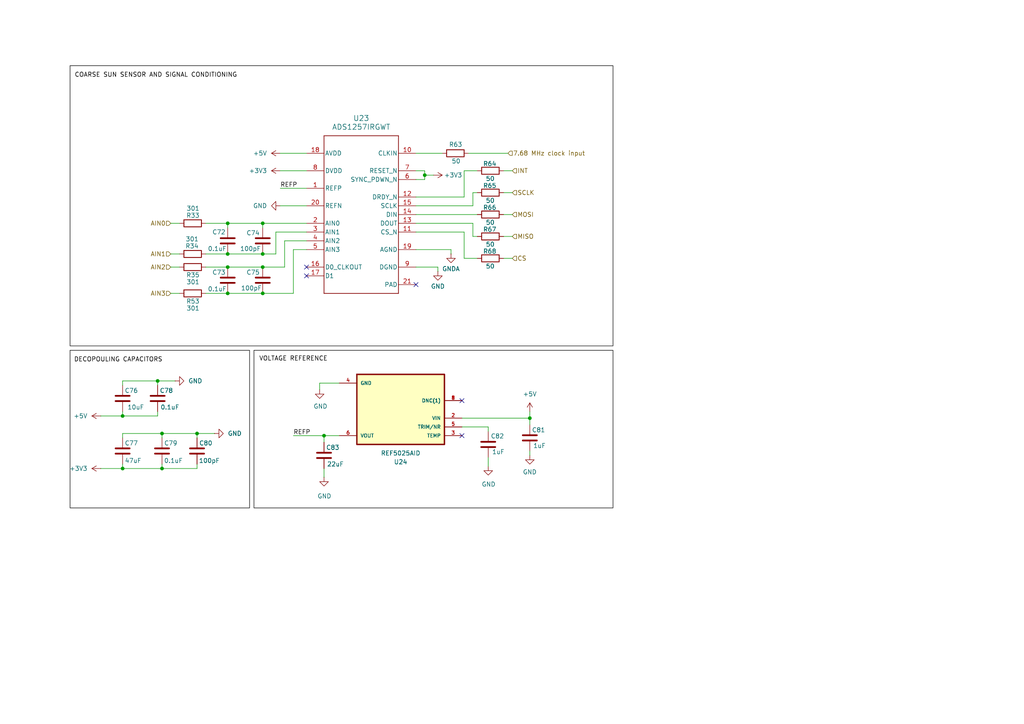
<source format=kicad_sch>
(kicad_sch (version 20231120) (generator "eeschema") (generator_version "8.0")
  (paper "A4")
  (title_block (title "Atitude determination and control system") (date "2025-02-04") (rev "1.0") (company "SpaceLab - Federal University of Santa catarina") (comment 1 "Eng. Felipe Juliano - felipecostajuliano@live.com"))
  (lib_symbols
    (symbol "Device:C" (pin_numbers hide) (pin_names (offset 0.254))
      (property "Reference" "C" (at 0.635 2.54 0))
      (property "Value" "C" (at 0.635 -2.54 0))
      (symbol "C_0_1"
        (polyline (pts (xy -2.032 -0.762) (xy 2.032 -0.762)) (stroke (width 0.508)))
        (polyline (pts (xy -2.032 0.762) (xy 2.032 0.762)) (stroke (width 0.508)))
      )
      (symbol "C_1_1"
        (pin passive line (at 0 3.81 270) (length 2.794) (name "~") (number "1"))
        (pin passive line (at 0 -3.81 90) (length 2.794) (name "~") (number "2"))
      )
    )
    (symbol "Device:R" (pin_numbers hide) (pin_names (offset 0))
      (property "Reference" "R" (at 2.032 0 90))
      (property "Value" "R" (at 0 0 90))
      (symbol "R_0_1"
        (rectangle (start -1.016 -2.54) (end 1.016 2.54) (stroke (width 0.254)))
      )
      (symbol "R_1_1"
        (pin passive line (at 0 3.81 270) (length 1.27) (name "~") (number "1"))
        (pin passive line (at 0 -3.81 90) (length 1.27) (name "~") (number "2"))
      )
    )
    (symbol "adcs_board:ADS1257IRGWT" (pin_names (offset 0.254))
      (property "Reference" "U" (at 0 2.54 0))
      (property "Value" "ADS1257IRGWT" (at -36.068 -2.54 0))
      (symbol "ADS1257IRGWT_0_1"
        (polyline (pts (xy -17.78 -22.86) (xy 3.81 -22.86)) (stroke (width 0.2032)))
        (polyline (pts (xy -17.78 22.86) (xy -17.78 -22.86)) (stroke (width 0.2032)))
        (polyline (pts (xy 3.81 -22.86) (xy 3.81 22.86)) (stroke (width 0.2032)))
        (polyline (pts (xy 3.81 22.86) (xy -17.78 22.86)) (stroke (width 0.2032)))
        (pin input line (at -22.86 7.62 0) (length 5.08) (name "REFP") (number "1"))
        (pin input line (at 8.89 17.78 180) (length 5.08) (name "CLKIN") (number "10"))
        (pin input line (at 8.89 -5.08 180) (length 5.08) (name "CS_N") (number "11"))
        (pin output line (at 8.89 5.08 180) (length 5.08) (name "DRDY_N") (number "12"))
        (pin output line (at 8.89 -2.54 180) (length 5.08) (name "DOUT") (number "13"))
        (pin input line (at 8.89 0 180) (length 5.08) (name "DIN") (number "14"))
        (pin input line (at 8.89 2.54 180) (length 5.08) (name "SCLK") (number "15"))
        (pin bidirectional line (at -22.86 -15.24 0) (length 5.08) (name "D0_CLKOUT") (number "16"))
        (pin bidirectional line (at -22.86 -17.78 0) (length 5.08) (name "D1") (number "17"))
        (pin power_in line (at -22.86 17.78 0) (length 5.08) (name "AVDD") (number "18"))
        (pin power_in line (at 8.89 -10.16 180) (length 5.08) (name "AGND") (number "19"))
        (pin input line (at -22.86 -2.54 0) (length 5.08) (name "AIN0") (number "2"))
        (pin input line (at -22.86 2.54 0) (length 5.08) (name "REFN") (number "20"))
        (pin power_in line (at 8.89 -20.32 180) (length 5.08) (name "PAD") (number "21"))
        (pin input line (at -22.86 -5.08 0) (length 5.08) (name "AIN1") (number "3"))
        (pin input line (at -22.86 -7.62 0) (length 5.08) (name "AIN2") (number "4"))
        (pin input line (at -22.86 -10.16 0) (length 5.08) (name "AIN3") (number "5"))
        (pin input line (at 8.89 10.16 180) (length 5.08) (name "SYNC_PDWN_N") (number "6"))
        (pin input line (at 8.89 12.7 180) (length 5.08) (name "RESET_N") (number "7"))
        (pin power_in line (at -22.86 12.7 0) (length 5.08) (name "DVDD") (number "8"))
        (pin power_in line (at 8.89 -15.24 180) (length 5.08) (name "DGND") (number "9"))
      )
    )
    (symbol "adcs_board:REF5025AID" (pin_names (offset 1.016))
      (property "Reference" "U" (at -12.7 11.16 0))
      (property "Value" "REF5025AID" (at -12.7 -14.16 0))
      (symbol "REF5025AID_0_0"
        (rectangle (start -12.7 -10.16) (end 12.7 10.16) (stroke (width 0.41)) (fill (type background)))
        (pin bidirectional line (at -17.78 -2.54 0) (length 5.08) (name "DNC(1)") (number "1"))
        (pin input line (at -17.78 2.54 0) (length 5.08) (name "VIN") (number "2"))
        (pin input line (at -17.78 7.62 0) (length 5.08) (name "TEMP") (number "3"))
        (pin power_in line (at 17.78 -7.62 180) (length 5.08) (name "GND") (number "4"))
        (pin input line (at -17.78 5.08 0) (length 5.08) (name "TRIM/NR") (number "5"))
        (pin output line (at 17.78 7.62 180) (length 5.08) (name "VOUT") (number "6"))
        (pin bidirectional line (at -17.78 -2.54 0) (length 5.08) (name "DNC(1)") (number "8"))
      )
    )
    (symbol "power:+3V3" (power) (pin_numbers hide) (pin_names (offset 0) hide)
      (property "Value" "+3V3" (at 0 3.556 0))
      (symbol "+3V3_0_1"
        (polyline (pts (xy -0.762 1.27) (xy 0 2.54)))
        (polyline (pts (xy 0 0) (xy 0 2.54)))
        (polyline (pts (xy 0 2.54) (xy 0.762 1.27)))
      )
      (symbol "+3V3_1_1"
        (pin power_in line (at 0 0 90) (length 0) (name "~") (number "1"))
      )
    )
    (symbol "power:+5V" (power) (pin_numbers hide) (pin_names (offset 0) hide)
      (property "Value" "+5V" (at 0 3.556 0))
      (symbol "+5V_0_1"
        (polyline (pts (xy -0.762 1.27) (xy 0 2.54)))
        (polyline (pts (xy 0 0) (xy 0 2.54)))
        (polyline (pts (xy 0 2.54) (xy 0.762 1.27)))
      )
      (symbol "+5V_1_1"
        (pin power_in line (at 0 0 90) (length 0) (name "~") (number "1"))
      )
    )
    (symbol "power:GND" (power) (pin_numbers hide) (pin_names (offset 0) hide)
      (property "Value" "GND" (at 0 -3.81 0))
      (symbol "GND_0_1"
        (polyline (pts (xy 0 0) (xy 0 -1.27) (xy 1.27 -1.27) (xy 0 -2.54) (xy -1.27 -1.27) (xy 0 -1.27)))
      )
      (symbol "GND_1_1"
        (pin power_in line (at 0 0 270) (length 0) (name "~") (number "1"))
      )
    )
    (symbol "power:GNDA" (power) (pin_numbers hide) (pin_names (offset 0) hide)
      (property "Value" "GNDA" (at 0 -3.81 0))
      (symbol "GNDA_0_1"
        (polyline (pts (xy 0 0) (xy 0 -1.27) (xy 1.27 -1.27) (xy 0 -2.54) (xy -1.27 -1.27) (xy 0 -1.27)))
      )
      (symbol "GNDA_1_1"
        (pin power_in line (at 0 0 270) (length 0) (name "~") (number "1"))
      )
    )
  )
  (junction (at 76.2 64.77))
  (junction (at 46.99 125.73))
  (junction (at 66.04 77.47))
  (junction (at 66.04 85.09))
  (junction (at 57.15 125.73))
  (junction (at 76.2 77.47))
  (junction (at 66.04 73.66))
  (junction (at 46.99 135.89))
  (junction (at 123.19 50.8))
  (junction (at 76.2 85.09))
  (junction (at 45.72 110.49))
  (junction (at 35.56 120.65))
  (junction (at 35.56 135.89))
  (junction (at 76.2 73.66))
  (junction (at 93.98 126.365))
  (junction (at 153.67 121.285))
  (junction (at 66.04 64.77))
  (no_connect (at 88.9 80.01))
  (no_connect (at 120.65 82.55))
  (no_connect (at 88.9 77.47))
  (no_connect (at 133.985 126.365))
  (no_connect (at 133.985 116.205))
  (wire (pts (xy 120.65 44.45) (xy 128.27 44.45)))
  (wire (pts (xy 49.53 85.09) (xy 52.07 85.09)))
  (wire (pts (xy 92.71 111.125) (xy 98.425 111.125)))
  (wire (pts (xy 137.16 59.69) (xy 137.16 55.88)))
  (wire (pts (xy 76.2 77.47) (xy 82.55 77.47)))
  (wire (pts (xy 49.53 73.66) (xy 52.07 73.66)))
  (wire (pts (xy 76.2 73.66) (xy 66.04 73.66)))
  (wire (pts (xy 45.72 111.76) (xy 45.72 110.49)))
  (wire (pts (xy 120.65 64.77) (xy 137.16 64.77)))
  (wire (pts (xy 146.05 74.93) (xy 148.59 74.93)))
  (wire (pts (xy 85.09 72.39) (xy 85.09 85.09)))
  (wire (pts (xy 46.99 135.89) (xy 46.99 134.62)))
  (wire (pts (xy 120.65 52.07) (xy 123.19 52.07)))
  (wire (pts (xy 127 78.74) (xy 127 77.47)))
  (wire (pts (xy 120.65 49.53) (xy 123.19 49.53)))
  (wire (pts (xy 62.23 125.73) (xy 57.15 125.73)))
  (wire (pts (xy 137.16 55.88) (xy 138.43 55.88)))
  (wire (pts (xy 85.09 126.365) (xy 93.98 126.365)))
  (wire (pts (xy 59.69 64.77) (xy 66.04 64.77)))
  (wire (pts (xy 49.53 64.77) (xy 52.07 64.77)))
  (wire (pts (xy 81.28 59.69) (xy 88.9 59.69)))
  (wire (pts (xy 57.15 135.89) (xy 57.15 134.62)))
  (wire (pts (xy 80.01 67.31) (xy 88.9 67.31)))
  (wire (pts (xy 49.53 77.47) (xy 52.07 77.47)))
  (wire (pts (xy 76.2 64.77) (xy 76.2 66.04)))
  (wire (pts (xy 81.28 49.53) (xy 88.9 49.53)))
  (wire (pts (xy 146.05 68.58) (xy 148.59 68.58)))
  (wire (pts (xy 123.19 49.53) (xy 123.19 50.8)))
  (wire (pts (xy 123.19 50.8) (xy 123.19 52.07)))
  (wire (pts (xy 35.56 110.49) (xy 35.56 111.76)))
  (wire (pts (xy 50.8 110.49) (xy 45.72 110.49)))
  (wire (pts (xy 153.67 119.38) (xy 153.67 121.285)))
  (wire (pts (xy 123.19 50.8) (xy 125.73 50.8)))
  (wire (pts (xy 146.05 62.23) (xy 148.59 62.23)))
  (wire (pts (xy 85.09 85.09) (xy 76.2 85.09)))
  (wire (pts (xy 137.16 68.58) (xy 138.43 68.58)))
  (wire (pts (xy 45.72 120.65) (xy 45.72 119.38)))
  (wire (pts (xy 133.985 121.285) (xy 153.67 121.285)))
  (wire (pts (xy 81.28 44.45) (xy 88.9 44.45)))
  (wire (pts (xy 153.67 121.285) (xy 153.67 123.19)))
  (wire (pts (xy 66.04 85.09) (xy 59.69 85.09)))
  (wire (pts (xy 35.56 110.49) (xy 45.72 110.49)))
  (wire (pts (xy 46.99 125.73) (xy 57.15 125.73)))
  (wire (pts (xy 120.65 59.69) (xy 137.16 59.69)))
  (wire (pts (xy 141.605 125.095) (xy 141.605 123.825)))
  (wire (pts (xy 35.56 135.89) (xy 35.56 134.62)))
  (wire (pts (xy 35.56 120.65) (xy 35.56 119.38)))
  (wire (pts (xy 76.2 73.66) (xy 80.01 73.66)))
  (wire (pts (xy 135.89 44.45) (xy 147.32 44.45)))
  (wire (pts (xy 76.2 85.09) (xy 66.04 85.09)))
  (wire (pts (xy 66.04 73.66) (xy 59.69 73.66)))
  (wire (pts (xy 134.62 57.15) (xy 134.62 49.53)))
  (wire (pts (xy 120.65 62.23) (xy 138.43 62.23)))
  (wire (pts (xy 46.99 125.73) (xy 46.99 127)))
  (wire (pts (xy 134.62 67.31) (xy 134.62 74.93)))
  (wire (pts (xy 137.16 64.77) (xy 137.16 68.58)))
  (wire (pts (xy 66.04 64.77) (xy 76.2 64.77)))
  (wire (pts (xy 134.62 74.93) (xy 138.43 74.93)))
  (wire (pts (xy 46.99 135.89) (xy 35.56 135.89)))
  (wire (pts (xy 120.65 67.31) (xy 134.62 67.31)))
  (wire (pts (xy 153.67 130.81) (xy 153.67 132.08)))
  (wire (pts (xy 66.04 64.77) (xy 66.04 66.04)))
  (wire (pts (xy 82.55 69.85) (xy 88.9 69.85)))
  (wire (pts (xy 57.15 135.89) (xy 46.99 135.89)))
  (wire (pts (xy 120.65 72.39) (xy 130.81 72.39)))
  (wire (pts (xy 82.55 77.47) (xy 82.55 69.85)))
  (wire (pts (xy 146.05 49.53) (xy 148.59 49.53)))
  (wire (pts (xy 141.605 135.255) (xy 141.605 132.715)))
  (wire (pts (xy 29.21 135.89) (xy 35.56 135.89)))
  (wire (pts (xy 93.98 128.27) (xy 93.98 126.365)))
  (wire (pts (xy 120.65 57.15) (xy 134.62 57.15)))
  (wire (pts (xy 35.56 125.73) (xy 35.56 127)))
  (wire (pts (xy 80.01 67.31) (xy 80.01 73.66)))
  (wire (pts (xy 134.62 49.53) (xy 138.43 49.53)))
  (wire (pts (xy 81.28 54.61) (xy 88.9 54.61)))
  (wire (pts (xy 93.98 135.89) (xy 93.98 138.43)))
  (wire (pts (xy 35.56 125.73) (xy 46.99 125.73)))
  (wire (pts (xy 127 77.47) (xy 120.65 77.47)))
  (wire (pts (xy 35.56 120.65) (xy 45.72 120.65)))
  (wire (pts (xy 130.81 72.39) (xy 130.81 73.66)))
  (wire (pts (xy 92.71 113.03) (xy 92.71 111.125)))
  (wire (pts (xy 141.605 123.825) (xy 133.985 123.825)))
  (wire (pts (xy 76.2 64.77) (xy 88.9 64.77)))
  (wire (pts (xy 57.15 125.73) (xy 57.15 127)))
  (wire (pts (xy 98.425 126.365) (xy 93.98 126.365)))
  (wire (pts (xy 59.69 77.47) (xy 66.04 77.47)))
  (wire (pts (xy 88.9 72.39) (xy 85.09 72.39)))
  (wire (pts (xy 146.05 55.88) (xy 148.59 55.88)))
  (wire (pts (xy 66.04 77.47) (xy 76.2 77.47)))
  (wire (pts (xy 29.21 120.65) (xy 35.56 120.65)))
  (rectangle (start 73.66 101.6) (end 177.8 147.32) (stroke (width 0) (color 0 0 0 1)))
  (rectangle (start 20.32 101.6) (end 72.39 147.32) (stroke (width 0) (color 0 0 0 1)))
  (rectangle (start 20.32 19.05) (end 177.8 100.33) (stroke (width 0) (color 0 0 0 1)))
  (text "VOLTAGE REFERENCE" (at 85.09 104.14 0) (effects (font (size 1.27 1.27))))
  (text "DECOPOULING CAPACITORS\n" (at 34.29 104.394 0) (effects (font (size 1.27 1.27))))
  (text "COARSE SUN SENSOR AND SIGNAL CONDITIONING" (at 45.212 21.844 0) (effects (font (size 1.27 1.27))))
  (label "REFP" (at 85.09 126.365 0))
  (label "REFP" (at 81.28 54.61 0))
  (hierarchical_label "INT" (shape input) (at 148.59 49.53 0))
  (hierarchical_label "AIN3" (shape input) (at 49.53 85.09 180))
  (hierarchical_label "AIN2" (shape input) (at 49.53 77.47 180))
  (hierarchical_label "AIN0" (shape input) (at 49.53 64.77 180))
  (hierarchical_label "CS" (shape input) (at 148.59 74.93 0))
  (hierarchical_label "7.68 MHz clock input" (shape input) (at 147.32 44.45 0))
  (hierarchical_label "MISO" (shape input) (at 148.59 68.58 0))
  (hierarchical_label "AIN1" (shape input) (at 49.53 73.66 180))
  (hierarchical_label "SCLK" (shape input) (at 148.59 55.88 0))
  (hierarchical_label "MOSI" (shape input) (at 148.59 62.23 0))
  (symbol (lib_id "Device:C") (at 46.99 130.81 180) (unit 1)
    (property "Reference" "C79" (at 49.53 128.524 0))
    (property "Value" "0.1uF" (at 50.292 133.604 0))
    (property "Footprint" "Capacitor_SMD:C_0402_1005Metric_Pad0.74x0.62mm_HandSolder" (effects (hide yes)))
  )
  (symbol (lib_id "power:GNDA") (at 130.81 73.66 0) (unit 1)
    (property "Reference" "#PWR0181" (effects (hide yes)))
    (property "Value" "GNDA" (at 130.81 77.978 0))
    (property "Description" "Power symbol creates a global label with name \"GNDA\" , analog ground" (effects (hide yes)))
  )
  (symbol (lib_id "power:+3V3") (at 125.73 50.8 270) (unit 1)
    (property "Reference" "#PWR0179" (effects (hide yes)))
    (property "Value" "+3V3" (at 128.778 50.8 90) (effects (justify left)))
    (property "Description" "Power symbol creates a global label with name \"+3V3\"" (effects (hide yes)))
  )
  (symbol (lib_id "Device:R") (at 142.24 55.88 90) (unit 1)
    (property "Reference" "R65" (at 144.018 53.848 90) (effects (justify left)))
    (property "Value" "50" (at 143.51 58.166 90) (effects (justify left)))
    (property "Footprint" "Resistor_SMD:R_0402_1005Metric_Pad0.72x0.64mm_HandSolder" (effects (hide yes)))
  )
  (symbol (lib_id "power:GND") (at 141.605 135.255 0) (unit 1)
    (property "Reference" "#PWR0189" (effects (hide yes)))
    (property "Value" "GND" (at 143.764 140.462 0) (effects (justify right)))
    (property "Description" "Power symbol creates a global label with name \"GND\" , ground" (effects (hide yes)))
  )
  (symbol (lib_id "Device:C") (at 66.04 81.28 180) (unit 1)
    (property "Reference" "C73" (at 63.5 78.994 0))
    (property "Value" "0.1uF" (at 62.992 83.82 0))
    (property "Footprint" "Capacitor_SMD:C_0402_1005Metric_Pad0.74x0.62mm_HandSolder" (effects (hide yes)))
  )
  (symbol (lib_id "power:GND") (at 81.28 59.69 270) (unit 1)
    (property "Reference" "#PWR0178" (effects (hide yes)))
    (property "Value" "GND" (at 77.47 59.6899 90) (effects (justify right)))
    (property "Description" "Power symbol creates a global label with name \"GND\" , ground" (effects (hide yes)))
  )
  (symbol (lib_id "power:GND") (at 62.23 125.73 90) (unit 1)
    (property "Reference" "#PWR0185" (effects (hide yes)))
    (property "Value" "GND" (at 66.04 125.7299 90) (effects (justify right)))
    (property "Description" "Power symbol creates a global label with name \"GND\" , ground" (effects (hide yes)))
  )
  (symbol (lib_id "adcs_board:REF5025AID") (at 116.205 118.745 180) (unit 1)
    (property "Reference" "U24" (at 116.205 133.985 0))
    (property "Value" "REF5025AID" (at 116.205 131.445 0))
    (property "Footprint" "adcs_board:SOIC127P599X175-8N" (effects (hide yes)))
    (property "Datasheet" "https://www.ti.com/general/docs/suppproductinfo.tsp?distId=10&gotoUrl=https%3A%2F%2Fwww.ti.com%2Flit%2Fgpn%2Fref5020" (effects (hide yes)))
    (property "Description" "IC VREF SERIES 0.1% 8SOIC" (effects (hide yes)))
    (property "MF" "Texas Instruments" (effects (hide yes)))
  )
  (symbol (lib_id "Device:R") (at 55.88 73.66 90) (unit 1)
    (property "Reference" "R34" (at 57.658 71.374 90) (effects (justify left)))
    (property "Value" "301" (at 57.658 69.342 90) (effects (justify left)))
    (property "Footprint" "Resistor_SMD:R_0402_1005Metric_Pad0.72x0.64mm_HandSolder" (effects (hide yes)))
  )
  (symbol (lib_id "power:GND") (at 92.71 113.03 0) (unit 1)
    (property "Reference" "#PWR0187" (effects (hide yes)))
    (property "Value" "GND" (at 94.996 117.856 0) (effects (justify right)))
    (property "Description" "Power symbol creates a global label with name \"GND\" , ground" (effects (hide yes)))
  )
  (symbol (lib_id "Device:C") (at 141.605 128.905 0) (unit 1)
    (property "Reference" "C82" (at 144.272 126.492 0))
    (property "Value" "1uF" (at 144.526 131.064 0))
    (property "Footprint" "Capacitor_SMD:C_0402_1005Metric_Pad0.74x0.62mm_HandSolder" (effects (hide yes)))
  )
  (symbol (lib_id "Device:R") (at 55.88 64.77 90) (unit 1)
    (property "Reference" "R33" (at 57.912 62.484 90) (effects (justify left)))
    (property "Value" "301" (at 57.912 60.452 90) (effects (justify left)))
    (property "Footprint" "Resistor_SMD:R_0402_1005Metric_Pad0.72x0.64mm_HandSolder" (effects (hide yes)))
  )
  (symbol (lib_id "Device:C") (at 76.2 69.85 180) (unit 1)
    (property "Reference" "C74" (at 73.406 67.564 0))
    (property "Value" "100pF" (at 72.644 72.136 0))
    (property "Footprint" "Capacitor_SMD:C_0402_1005Metric_Pad0.74x0.62mm_HandSolder" (effects (hide yes)))
  )
  (symbol (lib_id "Device:C") (at 45.72 115.57 180) (unit 1)
    (property "Reference" "C78" (at 48.26 113.284 0))
    (property "Value" "0.1uF" (at 49.276 118.11 0))
    (property "Footprint" "Capacitor_SMD:C_0402_1005Metric_Pad0.74x0.62mm_HandSolder" (effects (hide yes)))
  )
  (symbol (lib_id "power:+3V3") (at 81.28 49.53 90) (unit 1)
    (property "Reference" "#PWR0177" (effects (hide yes)))
    (property "Value" "+3V3" (at 77.47 49.5299 90) (effects (justify left)))
    (property "Description" "Power symbol creates a global label with name \"+3V3\"" (effects (hide yes)))
  )
  (symbol (lib_id "Device:R") (at 142.24 49.53 90) (unit 1)
    (property "Reference" "R64" (at 144.018 47.498 90) (effects (justify left)))
    (property "Value" "50" (at 143.51 51.816 90) (effects (justify left)))
    (property "Footprint" "Resistor_SMD:R_0402_1005Metric_Pad0.72x0.64mm_HandSolder" (effects (hide yes)))
  )
  (symbol (lib_id "Device:R") (at 132.08 44.45 90) (unit 1)
    (property "Reference" "R63" (at 134.112 41.91 90) (effects (justify left)))
    (property "Value" "50" (at 133.604 46.736 90) (effects (justify left)))
    (property "Footprint" "Resistor_SMD:R_0402_1005Metric_Pad0.72x0.64mm_HandSolder" (effects (hide yes)))
  )
  (symbol (lib_id "power:+5V") (at 29.21 120.65 90) (unit 1)
    (property "Reference" "#PWR0182" (effects (hide yes)))
    (property "Value" "+5V" (at 25.4 120.6499 90) (effects (justify left)))
    (property "Description" "Power symbol creates a global label with name \"+5V\"" (effects (hide yes)))
  )
  (symbol (lib_id "Device:R") (at 142.24 62.23 90) (unit 1)
    (property "Reference" "R66" (at 144.018 60.198 90) (effects (justify left)))
    (property "Value" "50" (at 143.51 64.516 90) (effects (justify left)))
    (property "Footprint" "Resistor_SMD:R_0402_1005Metric_Pad0.72x0.64mm_HandSolder" (effects (hide yes)))
  )
  (symbol (lib_id "Device:C") (at 57.15 130.81 180) (unit 1)
    (property "Reference" "C80" (at 59.69 128.524 0))
    (property "Value" "100pF" (at 60.706 133.604 0))
    (property "Footprint" "Capacitor_SMD:C_0402_1005Metric_Pad0.74x0.62mm_HandSolder" (effects (hide yes)))
  )
  (symbol (lib_id "power:+5V") (at 81.28 44.45 90) (unit 1)
    (property "Reference" "#PWR0176" (effects (hide yes)))
    (property "Value" "+5V" (at 77.47 44.4499 90) (effects (justify left)))
    (property "Description" "Power symbol creates a global label with name \"+5V\"" (effects (hide yes)))
  )
  (symbol (lib_id "Device:C") (at 35.56 115.57 180) (unit 1)
    (property "Reference" "C76" (at 38.1 113.284 0))
    (property "Value" "10uF" (at 39.37 118.11 0))
    (property "Footprint" "Capacitor_SMD:C_0402_1005Metric_Pad0.74x0.62mm_HandSolder" (effects (hide yes)))
  )
  (symbol (lib_id "power:GND") (at 50.8 110.49 90) (unit 1)
    (property "Reference" "#PWR0184" (effects (hide yes)))
    (property "Value" "GND" (at 54.61 110.4899 90) (effects (justify right)))
    (property "Description" "Power symbol creates a global label with name \"GND\" , ground" (effects (hide yes)))
  )
  (symbol (lib_id "Device:C") (at 93.98 132.08 0) (unit 1)
    (property "Reference" "C83" (at 96.52 129.794 0))
    (property "Value" "22uF" (at 97.282 134.62 0))
    (property "Footprint" "Capacitor_SMD:C_0603_1608Metric" (effects (hide yes)))
  )
  (symbol (lib_id "adcs_board:ADS1257IRGWT") (at 111.76 62.23 0) (unit 1)
    (property "Reference" "U23" (at 104.775 34.29 0) (effects (font (size 1.524 1.524))))
    (property "Value" "ADS1257IRGWT" (at 104.775 36.83 0) (effects (font (size 1.524 1.524))))
    (property "Footprint" "adcs_board:RGW0020A" (effects (hide yes)))
    (property "Datasheet" "https://www.ti.com/general/docs/suppproductinfo.tsp?distId=10&gotoUrl=https%3A%2F%2Fwww.ti.com%2Flit%2Fgpn%2Fads1257" (effects (hide yes)))
    (property "Description" "IC ADC 24BIT SIGMA-DELTA 20VQFN" (effects (hide yes)))
    (property "MF" "Texas Instruments" (effects (hide yes)))
  )
  (symbol (lib_id "power:+5V") (at 153.67 119.38 0) (unit 1)
    (property "Reference" "#PWR0188" (effects (hide yes)))
    (property "Value" "+5V" (at 153.67 114.3 0))
    (property "Description" "Power symbol creates a global label with name \"+5V\"" (effects (hide yes)))
  )
  (symbol (lib_id "Device:R") (at 142.24 74.93 90) (unit 1)
    (property "Reference" "R68" (at 144.018 72.898 90) (effects (justify left)))
    (property "Value" "50" (at 143.51 77.216 90) (effects (justify left)))
    (property "Footprint" "Resistor_SMD:R_0402_1005Metric_Pad0.72x0.64mm_HandSolder" (effects (hide yes)))
  )
  (symbol (lib_id "power:+3V3") (at 29.21 135.89 90) (unit 1)
    (property "Reference" "#PWR018" (effects (hide yes)))
    (property "Value" "+3V3" (at 25.4 135.8899 90) (effects (justify left)))
    (property "Description" "Power symbol creates a global label with name \"+3V3\"" (effects (hide yes)))
  )
  (symbol (lib_id "Device:C") (at 66.04 69.85 180) (unit 1)
    (property "Reference" "C72" (at 63.5 67.31 0))
    (property "Value" "0.1uF" (at 62.992 72.136 0))
    (property "Footprint" "Capacitor_SMD:C_0402_1005Metric_Pad0.74x0.62mm_HandSolder" (effects (hide yes)))
  )
  (symbol (lib_id "Device:C") (at 153.67 127 0) (unit 1)
    (property "Reference" "C81" (at 156.21 124.714 0))
    (property "Value" "1uF" (at 156.464 129.286 0))
    (property "Footprint" "Capacitor_SMD:C_0402_1005Metric_Pad0.74x0.62mm_HandSolder" (effects (hide yes)))
  )
  (symbol (lib_id "power:GND") (at 153.67 132.08 0) (unit 1)
    (property "Reference" "#PWR0186" (effects (hide yes)))
    (property "Value" "GND" (at 155.702 136.906 0) (effects (justify right)))
    (property "Description" "Power symbol creates a global label with name \"GND\" , ground" (effects (hide yes)))
  )
  (symbol (lib_id "power:GND") (at 93.98 138.43 0) (unit 1)
    (property "Reference" "#PWR0190" (effects (hide yes)))
    (property "Value" "GND" (at 96.139 143.891 0) (effects (justify right)))
    (property "Description" "Power symbol creates a global label with name \"GND\" , ground" (effects (hide yes)))
  )
  (symbol (lib_id "Device:R") (at 142.24 68.58 90) (unit 1)
    (property "Reference" "R67" (at 144.018 66.548 90) (effects (justify left)))
    (property "Value" "50" (at 143.51 70.866 90) (effects (justify left)))
    (property "Footprint" "Resistor_SMD:R_0402_1005Metric_Pad0.72x0.64mm_HandSolder" (effects (hide yes)))
  )
  (symbol (lib_id "Device:C") (at 35.56 130.81 180) (unit 1)
    (property "Reference" "C77" (at 38.1 128.524 0))
    (property "Value" "47uF" (at 38.608 133.604 0))
    (property "Footprint" "Capacitor_SMD:C_0805_2012Metric" (effects (hide yes)))
  )
  (symbol (lib_id "Device:R") (at 55.88 77.47 90) (unit 1)
    (property "Reference" "R35" (at 57.912 79.756 90) (effects (justify left)))
    (property "Value" "301" (at 57.912 81.788 90) (effects (justify left)))
    (property "Footprint" "Resistor_SMD:R_0402_1005Metric_Pad0.72x0.64mm_HandSolder" (effects (hide yes)))
  )
  (symbol (lib_id "Device:C") (at 76.2 81.28 180) (unit 1)
    (property "Reference" "C75" (at 73.406 78.994 0))
    (property "Value" "100pF" (at 72.898 83.566 0))
    (property "Footprint" "Capacitor_SMD:C_0402_1005Metric_Pad0.74x0.62mm_HandSolder" (effects (hide yes)))
  )
  (symbol (lib_id "power:GND") (at 127 78.74 0) (unit 1)
    (property "Reference" "#PWR0180" (effects (hide yes)))
    (property "Value" "GND" (at 127 83.058 0))
    (property "Description" "Power symbol creates a global label with name \"GND\" , ground" (effects (hide yes)))
  )
  (symbol (lib_id "Device:R") (at 55.88 85.09 90) (unit 1)
    (property "Reference" "R53" (at 57.912 87.376 90) (effects (justify left)))
    (property "Value" "301" (at 57.912 89.408 90) (effects (justify left)))
    (property "Footprint" "Resistor_SMD:R_0402_1005Metric_Pad0.72x0.64mm_HandSolder" (effects (hide yes)))
  )
)
</source>
